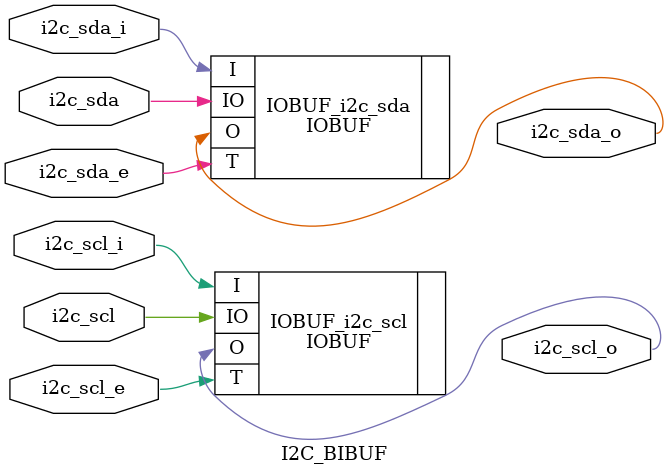
<source format=v>
`timescale 1ns / 1ps
`default_nettype none


module I2C_BIBUF
    (
        inout wire i2c_sda,
        inout wire i2c_scl,

        input wire i2c_sda_e,
        input wire i2c_sda_i,
        output wire i2c_sda_o,

        input wire i2c_scl_e,
        input wire i2c_scl_i,
        output wire i2c_scl_o
    );

    IOBUF #(
        .DRIVE(12),
        .IBUF_LOW_PWR("TRUE"),
        .IOSTANDARD("DEFAULT"),
        .SLEW("SLOW")
    )
    IOBUF_i2c_sda(
        .O(i2c_sda_o),
        .IO(i2c_sda),
        .I(i2c_sda_i),
        .T(i2c_sda_e)
    );

    IOBUF #(
        .DRIVE(12),
        .IBUF_LOW_PWR("TRUE"),
        .IOSTANDARD("DEFAULT"),
        .SLEW("SLOW")
    )
    IOBUF_i2c_scl(
        .O(i2c_scl_o),
        .IO(i2c_scl),
        .I(i2c_scl_i),
        .T(i2c_scl_e)
    );
endmodule

</source>
